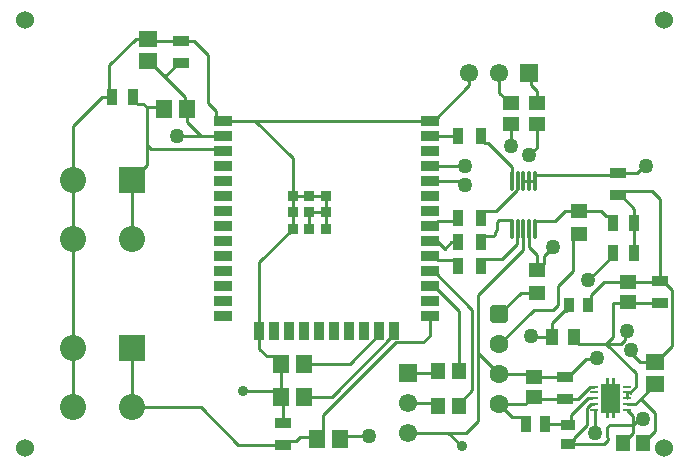
<source format=gtl>
G04*
G04 #@! TF.GenerationSoftware,Altium Limited,Altium Designer,25.2.1 (25)*
G04*
G04 Layer_Physical_Order=1*
G04 Layer_Color=255*
%FSLAX44Y44*%
%MOMM*%
G71*
G04*
G04 #@! TF.SameCoordinates,B8EFBEB0-C926-48BE-8793-122A16FBB591*
G04*
G04*
G04 #@! TF.FilePolarity,Positive*
G04*
G01*
G75*
%ADD15R,1.4500X1.2000*%
%ADD16R,0.9500X1.4000*%
%ADD17R,1.4000X0.9500*%
%ADD18R,1.4562X1.2546*%
%ADD19R,1.4986X0.8890*%
%ADD20R,0.8890X1.4986*%
%ADD21R,0.8890X0.8890*%
%ADD22R,1.0500X1.4000*%
%ADD23R,1.1546X1.3621*%
%ADD24R,0.8081X1.2621*%
%ADD25R,1.5562X1.4546*%
%ADD26R,0.8500X1.3500*%
%ADD27R,1.2621X0.8081*%
G04:AMPARAMS|DCode=28|XSize=0.6mm|YSize=0.24mm|CornerRadius=0.0504mm|HoleSize=0mm|Usage=FLASHONLY|Rotation=0.000|XOffset=0mm|YOffset=0mm|HoleType=Round|Shape=RoundedRectangle|*
%AMROUNDEDRECTD28*
21,1,0.6000,0.1392,0,0,0.0*
21,1,0.4992,0.2400,0,0,0.0*
1,1,0.1008,0.2496,-0.0696*
1,1,0.1008,-0.2496,-0.0696*
1,1,0.1008,-0.2496,0.0696*
1,1,0.1008,0.2496,0.0696*
%
%ADD28ROUNDEDRECTD28*%
%ADD29R,1.4500X1.1500*%
%ADD30O,0.3000X1.7000*%
%ADD31R,0.9500X1.4500*%
%ADD32R,1.1500X1.4500*%
%ADD33R,1.3549X1.5562*%
%ADD37C,1.4850*%
%ADD42C,1.5500*%
%ADD43R,1.5500X1.5500*%
%ADD46C,2.2098*%
%ADD47R,2.2098X2.2098*%
%ADD48R,1.5500X1.5500*%
%ADD51C,0.5000*%
%ADD52C,0.2540*%
%ADD53C,1.5240*%
%ADD54C,1.6000*%
G04:AMPARAMS|DCode=55|XSize=1.6mm|YSize=1.6mm|CornerRadius=0.4mm|HoleSize=0mm|Usage=FLASHONLY|Rotation=270.000|XOffset=0mm|YOffset=0mm|HoleType=Round|Shape=RoundedRectangle|*
%AMROUNDEDRECTD55*
21,1,1.6000,0.8000,0,0,270.0*
21,1,0.8000,1.6000,0,0,270.0*
1,1,0.8000,-0.4000,-0.4000*
1,1,0.8000,-0.4000,0.4000*
1,1,0.8000,0.4000,0.4000*
1,1,0.8000,0.4000,-0.4000*
%
%ADD55ROUNDEDRECTD55*%
%ADD56C,1.2700*%
%ADD57C,0.8890*%
G36*
X501710Y40070D02*
X501710Y35570D01*
X501710Y35470D01*
X501786Y35287D01*
X501927Y35146D01*
X502110Y35070D01*
X502210Y35070D01*
D01*
X503710Y35070D01*
X503810Y35070D01*
X503993Y35146D01*
X504134Y35287D01*
X504210Y35470D01*
X504210Y35570D01*
Y35570D01*
Y40070D01*
X506710D01*
Y35570D01*
X506710Y35470D01*
X506786Y35287D01*
X506927Y35146D01*
X507110Y35070D01*
X507210Y35070D01*
X507210D01*
X508710Y35070D01*
X508809Y35070D01*
X508993Y35146D01*
X509134Y35287D01*
X509210Y35470D01*
X509210Y35570D01*
X509210Y35570D01*
Y40070D01*
X513210D01*
X513309Y40070D01*
X513493Y40146D01*
X513634Y40287D01*
X513710Y40470D01*
X513710Y40570D01*
X513710D01*
X513710Y63570D01*
Y63669D01*
X513634Y63853D01*
X513493Y63994D01*
X513309Y64070D01*
X513210D01*
Y64070D01*
X509210D01*
X509210Y68570D01*
Y68669D01*
X509134Y68853D01*
X508993Y68994D01*
X508809Y69070D01*
X508710D01*
X508710Y69070D01*
X507210D01*
X507110Y69070D01*
X506927Y68994D01*
X506786Y68853D01*
X506710Y68670D01*
X506710Y68570D01*
D01*
X506710Y64070D01*
X504210D01*
X504210Y68570D01*
Y68669D01*
X504134Y68853D01*
X503993Y68994D01*
X503809Y69070D01*
X503710D01*
Y69070D01*
X502210D01*
X502110Y69070D01*
X501927Y68994D01*
X501786Y68853D01*
X501710Y68670D01*
X501710Y68570D01*
D01*
X501710Y64070D01*
X497710Y64070D01*
X497611Y64070D01*
X497427Y63994D01*
X497286Y63853D01*
X497210Y63669D01*
X497210Y63570D01*
Y63570D01*
Y40570D01*
X497210Y40470D01*
X497286Y40287D01*
X497427Y40146D01*
X497611Y40070D01*
X497710Y40070D01*
D01*
D01*
X501710D01*
D02*
G37*
D15*
X478790Y190820D02*
D03*
Y210820D02*
D03*
X443230Y141130D02*
D03*
Y161130D02*
D03*
D16*
X525780Y200660D02*
D03*
X507280D02*
D03*
Y175260D02*
D03*
X525780D02*
D03*
X83100Y307340D02*
D03*
X101600D02*
D03*
D17*
X547370Y132990D02*
D03*
Y151490D02*
D03*
X511810Y224430D02*
D03*
Y242930D02*
D03*
X228600Y30840D02*
D03*
Y12340D02*
D03*
X142240Y354690D02*
D03*
Y336190D02*
D03*
X467360Y51710D02*
D03*
Y70210D02*
D03*
D18*
X520700Y133982D02*
D03*
Y150498D02*
D03*
X440690Y53340D02*
D03*
Y69856D02*
D03*
D19*
X177800Y287020D02*
D03*
Y274320D02*
D03*
Y261620D02*
D03*
Y248920D02*
D03*
Y236220D02*
D03*
Y223520D02*
D03*
Y210820D02*
D03*
Y198120D02*
D03*
Y185420D02*
D03*
Y172720D02*
D03*
Y160020D02*
D03*
Y147320D02*
D03*
Y134620D02*
D03*
Y121920D02*
D03*
X352800D02*
D03*
Y134620D02*
D03*
Y147320D02*
D03*
Y160020D02*
D03*
Y172720D02*
D03*
Y185420D02*
D03*
Y198120D02*
D03*
Y210820D02*
D03*
Y223520D02*
D03*
Y236220D02*
D03*
Y248920D02*
D03*
Y261620D02*
D03*
Y274320D02*
D03*
Y287020D02*
D03*
D20*
X208150Y109420D02*
D03*
X220850D02*
D03*
X233550D02*
D03*
X246250D02*
D03*
X258950D02*
D03*
X271650D02*
D03*
X284350D02*
D03*
X297050D02*
D03*
X309750D02*
D03*
X322450D02*
D03*
D21*
X236300Y195820D02*
D03*
Y223820D02*
D03*
Y209820D02*
D03*
X264300Y195820D02*
D03*
X250300D02*
D03*
X264300Y209820D02*
D03*
Y223820D02*
D03*
X250300D02*
D03*
Y209820D02*
D03*
D22*
X474980Y104140D02*
D03*
X455980D02*
D03*
D23*
X515884Y13970D02*
D03*
X533400D02*
D03*
D24*
X470770Y130810D02*
D03*
X486810D02*
D03*
D25*
X543560Y82918D02*
D03*
Y64402D02*
D03*
X114300Y356336D02*
D03*
Y337820D02*
D03*
D26*
X433710Y30480D02*
D03*
X450210D02*
D03*
D27*
X469900Y29610D02*
D03*
Y13570D02*
D03*
D28*
X519460Y62070D02*
D03*
Y57070D02*
D03*
Y52070D02*
D03*
Y47070D02*
D03*
Y42070D02*
D03*
X491460D02*
D03*
Y47070D02*
D03*
Y52070D02*
D03*
Y57070D02*
D03*
Y62070D02*
D03*
D29*
X421640Y302120D02*
D03*
Y284620D02*
D03*
X443230Y302260D02*
D03*
Y284760D02*
D03*
D30*
X421800Y195400D02*
D03*
X426800D02*
D03*
X431800D02*
D03*
X436800D02*
D03*
X441800D02*
D03*
X421800Y236400D02*
D03*
X426800D02*
D03*
X431800D02*
D03*
X436800D02*
D03*
X441800D02*
D03*
D31*
X395830Y274320D02*
D03*
X376330D02*
D03*
X395830Y204470D02*
D03*
X376330D02*
D03*
X395830Y184150D02*
D03*
X376330D02*
D03*
X395830Y163830D02*
D03*
X376330D02*
D03*
D32*
X359550Y45720D02*
D03*
X377050D02*
D03*
X359410Y74930D02*
D03*
X376910D02*
D03*
D33*
X226464Y53340D02*
D03*
X245977D02*
D03*
X246380Y81280D02*
D03*
X226867D02*
D03*
X276457Y17780D02*
D03*
X256943D02*
D03*
X127403Y297180D02*
D03*
X146917D02*
D03*
D37*
X505460Y52070D02*
D03*
D42*
X386080Y327660D02*
D03*
X411480D02*
D03*
X334010Y22860D02*
D03*
Y48260D02*
D03*
D43*
X436880Y327660D02*
D03*
D46*
X100330Y186690D02*
D03*
X50330D02*
D03*
Y236690D02*
D03*
X100330Y44450D02*
D03*
X50330D02*
D03*
Y94450D02*
D03*
D47*
X100330Y236690D02*
D03*
Y94450D02*
D03*
D48*
X334010Y73660D02*
D03*
D51*
X511210Y52070D02*
D03*
X499710D02*
D03*
X505460Y42570D02*
D03*
Y61570D02*
D03*
D52*
X544068Y82918D02*
X557530Y96380D01*
X549620Y151490D02*
X557530Y143580D01*
Y96380D02*
Y143580D01*
X543560Y82918D02*
X544068D01*
X547370Y151490D02*
X549620D01*
X278997Y20320D02*
X300990D01*
X276457Y17780D02*
X278997Y20320D01*
X221383Y58420D02*
X226464Y53340D01*
X194310Y58420D02*
X221383D01*
X368300Y22860D02*
X379730Y11430D01*
X367030Y22860D02*
X368300D01*
X367030D02*
X383540D01*
X226464Y53340D02*
X228600Y51203D01*
Y30840D02*
Y51203D01*
X442012Y202400D02*
X458940D01*
X467360Y210820D02*
X478790D01*
X458940Y202400D02*
X467360Y210820D01*
X441800Y202188D02*
X442012Y202400D01*
X477540Y210820D02*
X497120D01*
X441800Y188400D02*
Y202188D01*
X497120Y210820D02*
X501550Y206390D01*
X503800D01*
X507280Y202910D01*
Y200660D02*
Y202910D01*
X478440Y190820D02*
X478790D01*
X473710Y186090D02*
X478440Y190820D01*
X473710Y160020D02*
Y186090D01*
X443230Y161130D02*
X444480D01*
X449210Y165860D01*
Y172350D01*
X457200Y180340D01*
X486410Y152400D02*
X486670D01*
X507280Y173010D01*
Y175260D01*
X461010Y147320D02*
X473710Y160020D01*
X525780Y175260D02*
Y200660D01*
Y212710D01*
X514060Y224430D02*
X525780Y212710D01*
X511810Y224430D02*
X514060D01*
X514076Y98410D02*
X517486Y101820D01*
Y107276D02*
X519430Y109220D01*
X517486Y101820D02*
Y107276D01*
X502082Y98410D02*
X514076D01*
X431800Y177800D02*
Y195400D01*
X393700Y139700D02*
X431800Y177800D01*
X393700Y90170D02*
Y139700D01*
X436800Y180283D02*
Y195400D01*
Y180283D02*
X443230Y173853D01*
Y161130D02*
Y173853D01*
X457200Y127000D02*
X461010Y130810D01*
X440690Y127000D02*
X457200D01*
X461010Y130810D02*
Y147320D01*
X470770Y128540D02*
Y130810D01*
X465729Y125769D02*
X467999D01*
X455980Y104140D02*
Y116020D01*
X467999Y125769D02*
X470770Y128540D01*
X455980Y116020D02*
X465729Y125769D01*
X411480Y97790D02*
X440690Y127000D01*
X429420Y141130D02*
X443230D01*
X411480Y123190D02*
X429420Y141130D01*
X541020Y227330D02*
X547370Y220980D01*
Y151490D02*
Y220980D01*
X514710Y227330D02*
X541020D01*
X511810Y224430D02*
X514710Y227330D01*
X352800Y287020D02*
X355848D01*
X204470D02*
X352800D01*
X508000Y132990D02*
X547370D01*
X546378Y150498D02*
X547370Y151490D01*
X520700Y150498D02*
X546378D01*
X488693Y132693D02*
Y139443D01*
X499748Y150498D01*
X520700D01*
X486810Y130810D02*
X488693Y132693D01*
X472170Y13570D02*
X499980D01*
X442012Y241300D02*
X510180D01*
X441800Y236400D02*
Y241087D01*
X442012Y241300D01*
X510180D02*
X511810Y242930D01*
X527562D01*
X533552Y248920D02*
X535940D01*
X527562Y242930D02*
X533552Y248920D01*
X508000Y104328D02*
Y132990D01*
X436800Y236400D02*
X441800D01*
X431800D02*
X436800D01*
X504788Y29808D02*
X524510D01*
X502920Y27940D02*
X504788Y29808D01*
X502920Y19050D02*
Y27940D01*
Y19050D02*
X503138Y18832D01*
Y16728D02*
Y18832D01*
X499980Y13570D02*
X503138Y16728D01*
X491460Y42070D02*
X492040D01*
X492110Y42000D01*
Y23510D02*
X492760Y22860D01*
X492110Y23510D02*
Y42000D01*
X474941Y18611D02*
X485920Y29590D01*
Y44027D01*
X472170Y13570D02*
X474941Y16341D01*
Y18611D01*
X531044Y51886D02*
X537049Y57891D01*
Y58399D02*
X540766Y62116D01*
X526228Y47070D02*
X531044Y51886D01*
X543560Y39370D01*
Y24130D02*
Y39370D01*
X533400Y13970D02*
X543560Y24130D01*
X527722Y33020D02*
X529590D01*
X524510Y29808D02*
X527722Y33020D01*
X524510Y29808D02*
Y37020D01*
X519460Y42070D02*
X524510Y37020D01*
X515884Y15007D02*
X520388Y19511D01*
X521425D02*
X524510Y22596D01*
Y29808D01*
X515884Y13970D02*
Y15007D01*
X520388Y19511D02*
X521425D01*
X519460Y47070D02*
X526228D01*
X523240Y90170D02*
X530492Y82918D01*
X543560D01*
X484490Y85090D02*
X490220D01*
X469610Y70210D02*
X484490Y85090D01*
X467360Y70210D02*
X469610D01*
X537049Y57891D02*
Y58399D01*
X541020Y61862D02*
X543560Y64402D01*
X355848Y198120D02*
X359658Y201930D01*
X373790D02*
X376330Y204470D01*
X359658Y201930D02*
X373790D01*
X409376Y194964D02*
Y201712D01*
X410864Y203200D01*
X420876D01*
X395830Y184150D02*
Y185750D01*
X399310Y189230D01*
X406182D01*
X407670Y190718D01*
Y193258D01*
X409376Y194964D01*
X421800Y195400D02*
Y202276D01*
X420876Y203200D02*
X421800Y202276D01*
X399310Y190130D02*
X399310D01*
X395830Y184150D02*
Y186650D01*
X370765Y184150D02*
X376330D01*
X365200Y178585D02*
X370765Y184150D01*
X354070D02*
X359635D01*
X365200Y178585D01*
X359658Y168910D02*
X372850D01*
X376330Y163830D02*
Y165430D01*
X372850Y168910D02*
X376330Y165430D01*
X355848Y172720D02*
X359658Y168910D01*
X352800Y172720D02*
X355848D01*
X438062Y317588D02*
X443230Y312420D01*
X438062Y317588D02*
Y326478D01*
X436880Y327660D02*
X438062Y326478D01*
X443230Y302260D02*
Y312420D01*
X420140Y302120D02*
X421640D01*
X411480Y310780D02*
X420140Y302120D01*
X411480Y310780D02*
Y327660D01*
X426712Y182872D02*
Y195312D01*
X399310Y169810D02*
X413650D01*
X426712Y182872D01*
X441312Y51710D02*
X467360D01*
X478170D02*
X488460Y62000D01*
X467360Y51710D02*
X478170D01*
X438150Y104140D02*
X455980D01*
X176530Y262890D02*
X177800Y261620D01*
X116840Y262890D02*
X176530D01*
X138430Y274320D02*
X158750D01*
X395830Y166330D02*
X399310Y169810D01*
X520700Y133982D02*
X521692Y132990D01*
X502082Y98410D02*
X508000Y104328D01*
X474980Y102390D02*
Y104140D01*
Y102390D02*
X478960Y98410D01*
X502082D01*
X527050Y73442D01*
X519460Y52070D02*
Y57070D01*
X521610Y56720D02*
X527050Y62160D01*
Y73442D01*
X486340Y52000D02*
X489730D01*
X472478Y38138D02*
X486340Y52000D01*
X472478Y32381D02*
Y38138D01*
X469630Y29610D02*
X469707D01*
X472478Y32381D01*
X488963Y47070D02*
X491460D01*
X485920Y44027D02*
X488963Y47070D01*
X469900Y13570D02*
X472170D01*
X468760Y30480D02*
X469630Y29610D01*
X450210Y30480D02*
X468760D01*
X491390Y62000D02*
X491460Y62070D01*
X488460Y62000D02*
X491390D01*
X439682Y53340D02*
X441312Y51710D01*
X411480Y46990D02*
X422510Y35960D01*
X430730D01*
X433710Y32980D01*
Y30480D02*
Y32980D01*
X433332Y46990D02*
X439682Y53340D01*
X411480Y46990D02*
X433332D01*
X467006Y69856D02*
X467360Y70210D01*
X440690Y69856D02*
X467006D01*
X438156Y72390D02*
X440690Y69856D01*
X411480Y72390D02*
X438156D01*
X355848Y287020D02*
X386080Y317252D01*
Y327660D01*
X352800Y236220D02*
X381000D01*
X352800Y248920D02*
X382270D01*
X436880Y257810D02*
X443230Y264160D01*
Y284760D01*
X421640Y265430D02*
Y284620D01*
X352800Y105150D02*
Y121920D01*
X324177Y99387D02*
X347037D01*
X352800Y105150D01*
X262448Y37658D02*
X324177Y99387D01*
X262448Y23284D02*
Y37658D01*
X256943Y17780D02*
X262448Y23284D01*
X383540Y22860D02*
X393700Y33020D01*
Y90170D01*
X334010Y22860D02*
X367030D01*
X393700Y90170D02*
X411480Y72390D01*
X426712Y195312D02*
X426800Y195400D01*
X395830Y163830D02*
Y166330D01*
X352800Y185420D02*
X354070Y184150D01*
X408563Y210450D02*
X426712Y228599D01*
Y236312D01*
X426800Y236400D01*
X399310Y210450D02*
X408563D01*
X352800Y198120D02*
X355848D01*
X395830Y204470D02*
Y206970D01*
X399310Y210450D01*
X352800Y274320D02*
X376330D01*
X395830Y271820D02*
Y274320D01*
Y271820D02*
X399310Y268340D01*
X401810D01*
X421800Y248350D01*
Y236400D02*
Y248350D01*
X352800Y160020D02*
X355848D01*
X388620Y127248D01*
Y58790D02*
Y127248D01*
X377050Y47220D02*
X388620Y58790D01*
X377050Y45720D02*
Y47220D01*
X352800Y147320D02*
X355848D01*
X376910Y126258D01*
Y74930D02*
Y126258D01*
X357010Y48260D02*
X359550Y45720D01*
X334010Y48260D02*
X357010D01*
X358140Y73660D02*
X359410Y74930D01*
X334010Y73660D02*
X358140D01*
X322450Y106372D02*
Y109420D01*
X269418Y53340D02*
X322450Y106372D01*
X245977Y53340D02*
X269418D01*
X309750Y106372D02*
Y109420D01*
X284658Y81280D02*
X309750Y106372D01*
X246380Y81280D02*
X284658D01*
X128524Y324104D02*
Y324724D01*
Y324104D02*
X145345Y307283D01*
Y298752D02*
Y307283D01*
Y298752D02*
X146917Y297180D01*
X114808Y337820D02*
X128524Y324104D01*
X146917Y286154D02*
Y297180D01*
X114300Y337820D02*
X114808D01*
X128524Y324724D02*
X139990Y336190D01*
X142240D01*
X113030Y249390D02*
Y266700D01*
X116840Y262890D01*
X100330Y236690D02*
X113030Y249390D01*
Y266700D02*
Y298450D01*
X126133D02*
X127403Y297180D01*
X113030Y298450D02*
X126133D01*
X109870Y301610D02*
X113030Y298450D01*
X105080Y301610D02*
X109870D01*
X101600Y305090D02*
X105080Y301610D01*
X101600Y305090D02*
Y307340D01*
X100330Y186690D02*
Y236690D01*
X208150Y94110D02*
Y109420D01*
Y94110D02*
X214469Y87791D01*
X221362D01*
X226867Y82287D01*
Y81280D02*
Y82287D01*
X226464Y80877D02*
X226867Y81280D01*
X226464Y53340D02*
Y80877D01*
X255674Y19050D02*
X256943Y17780D01*
X242570Y19050D02*
X255674D01*
X239340Y15820D02*
X242570Y19050D01*
X232080Y15820D02*
X239340D01*
X228600Y12340D02*
X232080Y15820D01*
X228240Y12700D02*
X228600Y12340D01*
X190500Y12700D02*
X228240D01*
X158750Y44450D02*
X190500Y12700D01*
X100330Y44450D02*
X158750D01*
X100330D02*
Y94450D01*
X50330Y44450D02*
Y94450D01*
Y186690D01*
Y236690D01*
Y282740D01*
X74930Y307340D02*
X83100D01*
X50330Y282740D02*
X74930Y307340D01*
X81280Y334010D02*
X103606Y356336D01*
X81280Y309160D02*
X83100Y307340D01*
X81280Y309160D02*
Y334010D01*
X103606Y356336D02*
X114300D01*
X115946Y354690D01*
X142240D01*
X153092D02*
X165100Y342682D01*
X142240Y354690D02*
X153092D01*
X165100Y302260D02*
Y342682D01*
Y302260D02*
X171577Y295783D01*
Y290195D02*
Y295783D01*
Y290195D02*
X174752Y287020D01*
X177800D01*
X146917Y286154D02*
X158750Y274320D01*
X177800D01*
X250300Y195820D02*
Y209820D01*
X264300Y195820D02*
Y209820D01*
X250300D02*
X264300D01*
Y223820D01*
X250300D02*
X264300D01*
X236300D02*
X250300D01*
X236300Y195820D02*
Y209820D01*
Y223820D01*
X204470Y287020D02*
X236300Y255190D01*
Y223820D02*
Y255190D01*
X177800Y287020D02*
X204470D01*
X208150Y109420D02*
Y167670D01*
X236300Y195820D01*
D53*
X10160Y372110D02*
D03*
X551180Y10160D02*
D03*
X10160D02*
D03*
X551180Y372110D02*
D03*
D54*
X411480Y97790D02*
D03*
Y72390D02*
D03*
Y46990D02*
D03*
D55*
Y123190D02*
D03*
D56*
X300990Y20320D02*
D03*
X457200Y180340D02*
D03*
X486410Y152400D02*
D03*
X519430Y109220D02*
D03*
X535940Y248920D02*
D03*
X492760Y22860D02*
D03*
X494030Y86360D02*
D03*
X523240Y92710D02*
D03*
X533400Y34290D02*
D03*
X138430Y274320D02*
D03*
X438468Y104769D02*
D03*
X436880Y257810D02*
D03*
X421640Y265430D02*
D03*
X382270Y232410D02*
D03*
Y248920D02*
D03*
D57*
X194310Y58420D02*
D03*
X379730Y11430D02*
D03*
M02*

</source>
